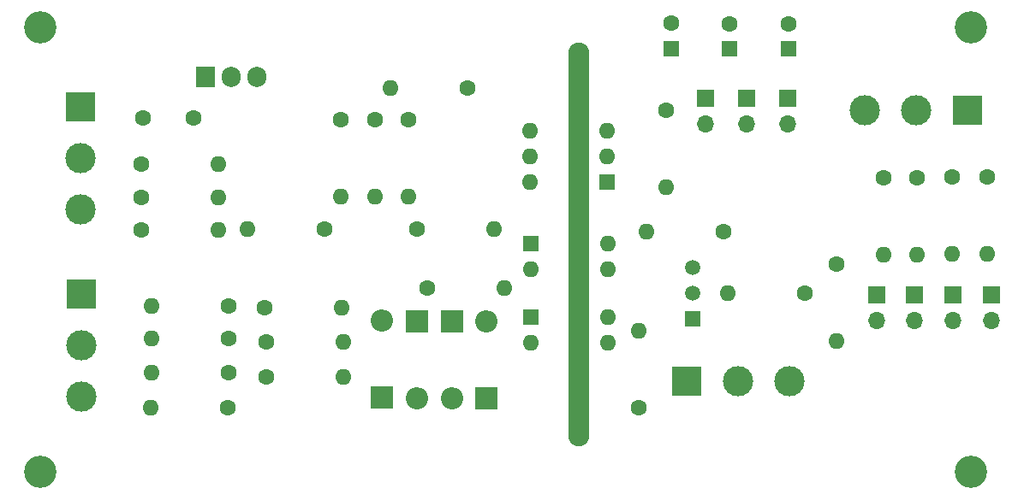
<source format=gbr>
%TF.GenerationSoftware,KiCad,Pcbnew,7.0.11+dfsg-1build4*%
%TF.CreationDate,2025-01-27T21:00:09-06:00*%
%TF.ProjectId,TriacControl,54726961-6343-46f6-9e74-726f6c2e6b69,rev?*%
%TF.SameCoordinates,Original*%
%TF.FileFunction,Soldermask,Bot*%
%TF.FilePolarity,Negative*%
%FSLAX46Y46*%
G04 Gerber Fmt 4.6, Leading zero omitted, Abs format (unit mm)*
G04 Created by KiCad (PCBNEW 7.0.11+dfsg-1build4) date 2025-01-27 21:00:09*
%MOMM*%
%LPD*%
G01*
G04 APERTURE LIST*
%ADD10O,2.100000X40.000000*%
%ADD11C,3.200000*%
%ADD12R,1.500000X1.500000*%
%ADD13C,1.500000*%
%ADD14R,1.600000X1.600000*%
%ADD15O,1.600000X1.600000*%
%ADD16C,1.600000*%
%ADD17O,1.905000X2.000000*%
%ADD18R,1.905000X2.000000*%
%ADD19R,1.700000X1.700000*%
%ADD20O,1.700000X1.700000*%
%ADD21R,3.000000X3.000000*%
%ADD22C,3.000000*%
%ADD23R,2.200000X2.200000*%
%ADD24O,2.200000X2.200000*%
G04 APERTURE END LIST*
D10*
%TO.C,H5*%
X107210000Y-75440000D03*
%TD*%
D11*
%TO.C,H4*%
X146000000Y-98000000D03*
%TD*%
%TO.C,H3*%
X54000000Y-98000000D03*
%TD*%
%TO.C,H2*%
X146000000Y-54000000D03*
%TD*%
%TO.C,H1*%
X54000000Y-54000000D03*
%TD*%
D12*
%TO.C,Q2*%
X118450000Y-82850000D03*
D13*
X118450000Y-80310000D03*
X118450000Y-77770000D03*
%TD*%
D14*
%TO.C,U3*%
X102450000Y-75400000D03*
D15*
X102450000Y-77940000D03*
X110070000Y-77940000D03*
X110070000Y-75400000D03*
%TD*%
%TO.C,U2*%
X110120000Y-82650000D03*
X110120000Y-85190000D03*
X102500000Y-85190000D03*
D14*
X102500000Y-82650000D03*
%TD*%
%TO.C,U1*%
X110050000Y-69250000D03*
D15*
X110050000Y-66710000D03*
X110050000Y-64170000D03*
X102430000Y-64170000D03*
X102430000Y-66710000D03*
X102430000Y-69250000D03*
%TD*%
D16*
%TO.C,R26*%
X129600000Y-80250000D03*
D15*
X121980000Y-80250000D03*
%TD*%
D16*
%TO.C,R25*%
X121550000Y-74200000D03*
D15*
X113930000Y-74200000D03*
%TD*%
D16*
%TO.C,R24*%
X132700000Y-77450000D03*
D15*
X132700000Y-85070000D03*
%TD*%
D16*
%TO.C,R23*%
X115850000Y-62200000D03*
D15*
X115850000Y-69820000D03*
%TD*%
%TO.C,R22*%
X98820000Y-73950000D03*
D16*
X91200000Y-73950000D03*
%TD*%
%TO.C,R21*%
X92250000Y-79800000D03*
D15*
X99870000Y-79800000D03*
%TD*%
D16*
%TO.C,R20*%
X137350000Y-68830000D03*
D15*
X137350000Y-76450000D03*
%TD*%
%TO.C,R19*%
X140700000Y-76470000D03*
D16*
X140700000Y-68850000D03*
%TD*%
%TO.C,R18*%
X144150000Y-68800000D03*
D15*
X144150000Y-76420000D03*
%TD*%
D16*
%TO.C,R17*%
X147600000Y-68800000D03*
D15*
X147600000Y-76420000D03*
%TD*%
D16*
%TO.C,R16*%
X96250000Y-59950000D03*
D15*
X88630000Y-59950000D03*
%TD*%
D16*
%TO.C,R15*%
X83700000Y-63100000D03*
D15*
X83700000Y-70720000D03*
%TD*%
D16*
%TO.C,R14*%
X87050000Y-63100000D03*
D15*
X87050000Y-70720000D03*
%TD*%
D16*
%TO.C,R13*%
X90350000Y-63100000D03*
D15*
X90350000Y-70720000D03*
%TD*%
D16*
%TO.C,R12*%
X113150000Y-91650000D03*
D15*
X113150000Y-84030000D03*
%TD*%
D16*
%TO.C,R11*%
X64000000Y-67500000D03*
D15*
X71620000Y-67500000D03*
%TD*%
%TO.C,R10*%
X71620000Y-70800000D03*
D16*
X64000000Y-70800000D03*
%TD*%
D15*
%TO.C,R9*%
X71620000Y-74000000D03*
D16*
X64000000Y-74000000D03*
%TD*%
D15*
%TO.C,R8*%
X64980000Y-81600000D03*
D16*
X72600000Y-81600000D03*
%TD*%
%TO.C,R7*%
X72600000Y-84800000D03*
D15*
X64980000Y-84800000D03*
%TD*%
%TO.C,R6*%
X64980000Y-88200000D03*
D16*
X72600000Y-88200000D03*
%TD*%
%TO.C,R5*%
X72500000Y-91600000D03*
D15*
X64880000Y-91600000D03*
%TD*%
D16*
%TO.C,R4*%
X76290000Y-88600000D03*
D15*
X83910000Y-88600000D03*
%TD*%
D16*
%TO.C,R3*%
X76280000Y-85100000D03*
D15*
X83900000Y-85100000D03*
%TD*%
D16*
%TO.C,R2*%
X76180000Y-81700000D03*
D15*
X83800000Y-81700000D03*
%TD*%
D16*
%TO.C,R1*%
X82100000Y-73900000D03*
D15*
X74480000Y-73900000D03*
%TD*%
D17*
%TO.C,Q1*%
X75380000Y-58900000D03*
X72840000Y-58900000D03*
D18*
X70300000Y-58900000D03*
%TD*%
D19*
%TO.C,JP7*%
X127850000Y-60950000D03*
D20*
X127850000Y-63490000D03*
%TD*%
D19*
%TO.C,JP6*%
X123800000Y-60950000D03*
D20*
X123800000Y-63490000D03*
%TD*%
D19*
%TO.C,JP5*%
X119750000Y-61000000D03*
D20*
X119750000Y-63540000D03*
%TD*%
D19*
%TO.C,JP4*%
X136650000Y-80450000D03*
D20*
X136650000Y-82990000D03*
%TD*%
%TO.C,JP3*%
X140400000Y-82990000D03*
D19*
X140400000Y-80450000D03*
%TD*%
%TO.C,JP2*%
X144200000Y-80450000D03*
D20*
X144200000Y-82990000D03*
%TD*%
D19*
%TO.C,JP1*%
X148000000Y-80450000D03*
D20*
X148000000Y-82990000D03*
%TD*%
D21*
%TO.C,J4*%
X145650000Y-62150000D03*
D22*
X140570000Y-62150000D03*
X135490000Y-62150000D03*
%TD*%
D21*
%TO.C,J3*%
X117850000Y-89050000D03*
D22*
X122930000Y-89050000D03*
X128010000Y-89050000D03*
%TD*%
D21*
%TO.C,J2*%
X58000000Y-80400000D03*
D22*
X58000000Y-85480000D03*
X58000000Y-90560000D03*
%TD*%
D21*
%TO.C,J1*%
X57950000Y-61850000D03*
D22*
X57950000Y-66930000D03*
X57950000Y-72010000D03*
%TD*%
D23*
%TO.C,D4*%
X87750000Y-90600000D03*
D24*
X87750000Y-82980000D03*
%TD*%
D23*
%TO.C,D3*%
X98050000Y-90700000D03*
D24*
X98050000Y-83080000D03*
%TD*%
D23*
%TO.C,D2*%
X91200000Y-83050000D03*
D24*
X91200000Y-90670000D03*
%TD*%
D23*
%TO.C,D1*%
X94700000Y-83050000D03*
D24*
X94700000Y-90670000D03*
%TD*%
D14*
%TO.C,C4*%
X128000000Y-56100000D03*
D16*
X128000000Y-53600000D03*
%TD*%
D14*
%TO.C,C3*%
X122150000Y-56100000D03*
D16*
X122150000Y-53600000D03*
%TD*%
D14*
%TO.C,C2*%
X116350000Y-56050000D03*
D16*
X116350000Y-53550000D03*
%TD*%
%TO.C,C1*%
X69100000Y-62900000D03*
X64100000Y-62900000D03*
%TD*%
M02*

</source>
